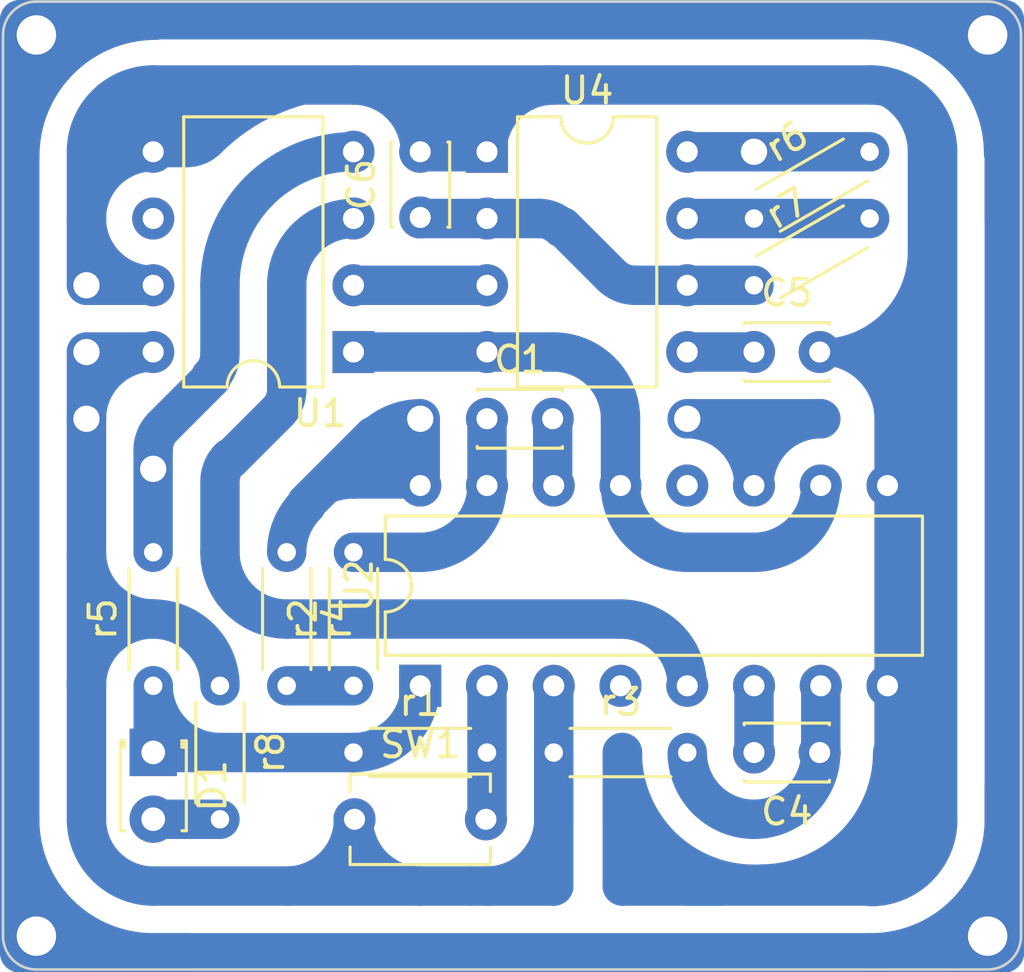
<source format=kicad_pcb>
(kicad_pcb (version 20221018) (generator pcbnew)
  (layers (0 "F.Cu" signal) (31 "B.Cu" signal) (34 "B.Paste" user) (35 "F.Paste" user) (36 "B.SilkS" user "B.Silkscreen") (37 "F.SilkS" user "F.Silkscreen") (38 "B.Mask" user) (39 "F.Mask" user) (44 "Edge.Cuts" user))
  (net 0 "")
  (net 1 "GND")
  (net 2 "VCC")
  (net 3 "Net-(U2A-RCext)")
  (net 4 "Net-(U2B-RCext)")
  (net 5 "Net-(U2A-Cext)")
  (net 6 "Net-(U2B-Cext)")
  (net 7 "/rom_cs")
  (net 8 "/rom_scl")
  (net 9 "/rom_sdi")
  (net 10 "/rom_sdo")
  (net 15 "Net-(U4-CV)")
  (net 16 "/initiate_read")
  (net 17 "Net-(U4-DIS)")
  (net 18 "Net-(U4-THR)")
  (net 19 "Net-(r2-Pad1)")
  (net 20 "Net-(D1-A)")
  (footprint "Capacitor_THT:C_Disc_D3.0mm_W2.0mm_P2.50mm" (layer "F.Cu") (at 32.0275 -9.942102 180)
    (fp_text reference "C4" (at 1.25 -2.25) (layer "F.SilkS"))
    (fp_text value "C")
    (fp_line (start -0.37 -1.12) (end -0.37 -1.055) (stroke (width 0.12)) (layer "F.SilkS"))
    (fp_line (start -0.37 -1.12) (end 2.87 -1.12) (stroke (width 0.12)) (layer "F.SilkS"))
    (fp_line (start -0.37 1.055) (end -0.37 1.12) (stroke (width 0.12)) (layer "F.SilkS"))
    (fp_line (start -0.37 1.12) (end 2.87 1.12) (stroke (width 0.12)) (layer "F.SilkS"))
    (fp_line (start 2.87 -1.12) (end 2.87 -1.055) (stroke (width 0.12)) (layer "F.SilkS"))
    (fp_line (start 2.87 1.055) (end 2.87 1.12) (stroke (width 0.12)) (layer "F.SilkS"))
    (pad "1" thru_hole circle (at 0 0 180) (size 1.6 1.6) (drill 0.8) (layers "*.Cu" "*.Mask") (net 4 "Net-(U2B-RCext)"))
    (pad "2" thru_hole circle (at 2.5 0 180) (size 1.6 1.6) (drill 0.8) (layers "*.Cu" "*.Mask") (net 6 "Net-(U2B-Cext)"))
  )
  (footprint "Package_DIP:DIP-16_W7.62mm" (layer "F.Cu") (at 16.8275 -12.482102 90)
    (fp_text reference "U2" (at 3.81 -2.33 90) (layer "F.SilkS"))
    (fp_text value "74LS123")
    (fp_line (start 1.16 -1.33) (end 1.16 19.11) (stroke (width 0.12)) (layer "F.SilkS"))
    (fp_line (start 1.16 19.11) (end 6.46 19.11) (stroke (width 0.12)) (layer "F.SilkS"))
    (fp_line (start 2.81 -1.33) (end 1.16 -1.33) (stroke (width 0.12)) (layer "F.SilkS"))
    (fp_line (start 6.46 -1.33) (end 4.81 -1.33) (stroke (width 0.12)) (layer "F.SilkS"))
    (fp_line (start 6.46 19.11) (end 6.46 -1.33) (stroke (width 0.12)) (layer "F.SilkS"))
    (fp_arc (start 4.81 -1.33) (mid 3.81 -0.33) (end 2.81 -1.33) (stroke (width 0.12)) (layer "F.SilkS"))
    (pad "1" thru_hole rect (at 0 0 90) (size 1.6 1.6) (drill 0.8) (layers "*.Cu" "*.Mask") (net 1 "GND"))
    (pad "2" thru_hole oval (at 0 2.54 90) (size 1.6 1.6) (drill 0.8) (layers "*.Cu" "*.Mask") (net 16 "/initiate_read"))
    (pad "3" thru_hole oval (at 0 5.08 90) (size 1.6 1.6) (drill 0.8) (layers "*.Cu" "*.Mask") (net 2 "VCC"))
    (pad "4" thru_hole oval (at 0 7.62 90) (size 1.6 1.6) (drill 0.8) (layers "*.Cu" "*.Mask"))
    (pad "5" thru_hole oval (at 0 10.16 90) (size 1.6 1.6) (drill 0.8) (layers "*.Cu" "*.Mask") (net 9 "/rom_sdi"))
    (pad "6" thru_hole oval (at 0 12.7 90) (size 1.6 1.6) (drill 0.8) (layers "*.Cu" "*.Mask") (net 6 "Net-(U2B-Cext)"))
    (pad "7" thru_hole oval (at 0 15.24 90) (size 1.6 1.6) (drill 0.8) (layers "*.Cu" "*.Mask") (net 4 "Net-(U2B-RCext)"))
    (pad "8" thru_hole oval (at 0 17.78 90) (size 1.6 1.6) (drill 0.8) (layers "*.Cu" "*.Mask") (net 1 "GND"))
    (pad "9" thru_hole oval (at 7.62 17.78 90) (size 1.6 1.6) (drill 0.8) (layers "*.Cu" "*.Mask") (net 1 "GND"))
    (pad "10" thru_hole oval (at 7.62 15.24 90) (size 1.6 1.6) (drill 0.8) (layers "*.Cu" "*.Mask") (net 7 "/rom_cs"))
    (pad "11" thru_hole oval (at 7.62 12.7 90) (size 1.6 1.6) (drill 0.8) (layers "*.Cu" "*.Mask") (net 2 "VCC"))
    (pad "12" thru_hole oval (at 7.62 10.16 90) (size 1.6 1.6) (drill 0.8) (layers "*.Cu" "*.Mask"))
    (pad "13" thru_hole oval (at 7.62 7.62 90) (size 1.6 1.6) (drill 0.8) (layers "*.Cu" "*.Mask") (net 7 "/rom_cs"))
    (pad "14" thru_hole oval (at 7.62 5.08 90) (size 1.6 1.6) (drill 0.8) (layers "*.Cu" "*.Mask") (net 5 "Net-(U2A-Cext)"))
    (pad "15" thru_hole oval (at 7.62 2.54 90) (size 1.6 1.6) (drill 0.8) (layers "*.Cu" "*.Mask") (net 3 "Net-(U2A-RCext)"))
    (pad "16" thru_hole oval (at 7.62 0 90) (size 1.6 1.6) (drill 0.8) (layers "*.Cu" "*.Mask") (net 2 "VCC"))
  )
  (footprint "Resistor_THT:R_Axial_DIN0204_L3.6mm_D1.6mm_P5.08mm_Horizontal" (layer "F.Cu") (at 21.9075 -9.942102)
    (fp_text reference "r3" (at 2.54 -1.92) (layer "F.SilkS"))
    (fp_text value "470")
    (fp_line (start 0.62 -0.92) (end 4.46 -0.92) (stroke (width 0.12)) (layer "F.SilkS"))
    (fp_line (start 0.62 0.92) (end 4.46 0.92) (stroke (width 0.12)) (layer "F.SilkS"))
    (pad "1" thru_hole circle (at 0 0) (size 1.4 1.4) (drill 0.7) (layers "*.Cu" "*.Mask") (net 2 "VCC"))
    (pad "2" thru_hole oval (at 5.08 0) (size 1.4 1.4) (drill 0.7) (layers "*.Cu" "*.Mask") (net 4 "Net-(U2B-RCext)"))
  )
  (footprint "Resistor_THT:R_Axial_DIN0204_L3.6mm_D1.6mm_P5.08mm_Horizontal" (layer "F.Cu") (at 14.2875 -9.942102)
    (fp_text reference "r1" (at 2.54 -1.92) (layer "F.SilkS"))
    (fp_text value "470")
    (fp_line (start 0.62 -0.92) (end 4.46 -0.92) (stroke (width 0.12)) (layer "F.SilkS"))
    (fp_line (start 0.62 0.92) (end 4.46 0.92) (stroke (width 0.12)) (layer "F.SilkS"))
    (pad "1" thru_hole circle (at 0 0) (size 1.4 1.4) (drill 0.7) (layers "*.Cu" "*.Mask") (net 1 "GND"))
    (pad "2" thru_hole oval (at 5.08 0) (size 1.4 1.4) (drill 0.7) (layers "*.Cu" "*.Mask") (net 16 "/initiate_read"))
  )
  (footprint "Resistor_THT:R_Axial_DIN0204_L3.6mm_D1.6mm_P5.08mm_Horizontal" (layer "F.Cu") (at 6.6675 -12.482102 90)
    (fp_text reference "r5" (at 2.54 -1.92 90) (layer "F.SilkS"))
    (fp_text value "470")
    (fp_line (start 0.62 -0.92) (end 4.46 -0.92) (stroke (width 0.12)) (layer "F.SilkS"))
    (fp_line (start 0.62 0.92) (end 4.46 0.92) (stroke (width 0.12)) (layer "F.SilkS"))
    (pad "1" thru_hole circle (at 0 0 90) (size 1.4 1.4) (drill 0.7) (layers "*.Cu" "*.Mask") (net 1 "GND"))
    (pad "2" thru_hole oval (at 5.08 0 90) (size 1.4 1.4) (drill 0.7) (layers "*.Cu" "*.Mask") (net 10 "/rom_sdo"))
  )
  (footprint "Capacitor_THT:C_Disc_D3.0mm_W2.0mm_P2.50mm" (layer "F.Cu") (at 16.8275 -30.302102 90)
    (fp_text reference "C6" (at 1.25 -2.25 90) (layer "F.SilkS"))
    (fp_text value "C")
    (fp_line (start -0.37 -1.12) (end -0.37 -1.055) (stroke (width 0.12)) (layer "F.SilkS"))
    (fp_line (start -0.37 -1.12) (end 2.87 -1.12) (stroke (width 0.12)) (layer "F.SilkS"))
    (fp_line (start -0.37 1.055) (end -0.37 1.12) (stroke (width 0.12)) (layer "F.SilkS"))
    (fp_line (start -0.37 1.12) (end 2.87 1.12) (stroke (width 0.12)) (layer "F.SilkS"))
    (fp_line (start 2.87 -1.12) (end 2.87 -1.055) (stroke (width 0.12)) (layer "F.SilkS"))
    (fp_line (start 2.87 1.055) (end 2.87 1.12) (stroke (width 0.12)) (layer "F.SilkS"))
    (pad "1" thru_hole circle (at 0 0 90) (size 1.6 1.6) (drill 0.8) (layers "*.Cu" "*.Mask") (net 18 "Net-(U4-THR)"))
    (pad "2" thru_hole circle (at 2.5 0 90) (size 1.6 1.6) (drill 0.8) (layers "*.Cu" "*.Mask") (net 1 "GND"))
  )
  (footprint "Resistor_THT:R_Axial_DIN0204_L3.6mm_D1.6mm_P5.08mm_Horizontal" (layer "F.Cu") (at 29.5275 -30.262102 30)
    (fp_text reference "r6" (at 2.54 -1.92 30) (layer "F.SilkS"))
    (fp_text value "470")
    (fp_line (start 0.62 -0.92) (end 4.46 -0.92) (stroke (width 0.12)) (layer "F.SilkS"))
    (fp_line (start 0.62 0.92) (end 4.46 0.92) (stroke (width 0.12)) (layer "F.SilkS"))
    (pad "1" thru_hole circle (at 0 0 30) (size 1.4 1.4) (drill 0.7) (layers "*.Cu" "*.Mask") (net 17 "Net-(U4-DIS)"))
    (pad "2" thru_hole oval (at 5.08 0 30) (size 1.4 1.4) (drill 0.7) (layers "*.Cu" "*.Mask") (net 2 "VCC"))
  )
  (footprint "Package_DIP:DIP-8_W7.62mm" (layer "F.Cu") (at 14.2875 -25.182102 180)
    (fp_text reference "U1" (at 1.27 -2.33) (layer "F.SilkS"))
    (fp_text value "93CxxA")
    (fp_line (start 1.16 -1.33) (end 1.16 8.95) (stroke (width 0.12)) (layer "F.SilkS"))
    (fp_line (start 1.16 8.95) (end 6.46 8.95) (stroke (width 0.12)) (layer "F.SilkS"))
    (fp_line (start 2.81 -1.33) (end 1.16 -1.33) (stroke (width 0.12)) (layer "F.SilkS"))
    (fp_line (start 6.46 -1.33) (end 4.81 -1.33) (stroke (width 0.12)) (layer "F.SilkS"))
    (fp_line (start 6.46 8.95) (end 6.46 -1.33) (stroke (width 0.12)) (layer "F.SilkS"))
    (fp_arc (start 4.81 -1.33) (mid 3.81 -0.33) (end 2.81 -1.33) (stroke (width 0.12)) (layer "F.SilkS"))
    (pad "1" thru_hole rect (at 0 0 180) (size 1.6 1.6) (drill 0.8) (layers "*.Cu" "*.Mask") (net 7 "/rom_cs"))
    (pad "2" thru_hole oval (at 0 2.54 180) (size 1.6 1.6) (drill 0.8) (layers "*.Cu" "*.Mask") (net 8 "/rom_scl"))
    (pad "3" thru_hole oval (at 0 5.08 180) (size 1.6 1.6) (drill 0.8) (layers "*.Cu" "*.Mask") (net 9 "/rom_sdi"))
    (pad "4" thru_hole oval (at 0 7.62 180) (size 1.6 1.6) (drill 0.8) (layers "*.Cu" "*.Mask") (net 10 "/rom_sdo"))
    (pad "5" thru_hole oval (at 7.62 7.62 180) (size 1.6 1.6) (drill 0.8) (layers "*.Cu" "*.Mask") (net 1 "GND"))
    (pad "6" thru_hole oval (at 7.62 5.08 180) (size 1.6 1.6) (drill 0.8) (layers "*.Cu" "*.Mask"))
    (pad "7" thru_hole oval (at 7.62 2.54 180) (size 1.6 1.6) (drill 0.8) (layers "*.Cu" "*.Mask"))
    (pad "8" thru_hole oval (at 7.62 0 180) (size 1.6 1.6) (drill 0.8) (layers "*.Cu" "*.Mask") (net 2 "VCC"))
  )
  (footprint "Package_DIP:DIP-8_W7.62mm" (layer "F.Cu") (at 19.3675 -32.802102)
    (fp_text reference "U4" (at 3.81 -2.33) (layer "F.SilkS"))
    (fp_text value "NE555D")
    (fp_line (start 1.16 -1.33) (end 1.16 8.95) (stroke (width 0.12)) (layer "F.SilkS"))
    (fp_line (start 1.16 8.95) (end 6.46 8.95) (stroke (width 0.12)) (layer "F.SilkS"))
    (fp_line (start 2.81 -1.33) (end 1.16 -1.33) (stroke (width 0.12)) (layer "F.SilkS"))
    (fp_line (start 6.46 -1.33) (end 4.81 -1.33) (stroke (width 0.12)) (layer "F.SilkS"))
    (fp_line (start 6.46 8.95) (end 6.46 -1.33) (stroke (width 0.12)) (layer "F.SilkS"))
    (fp_arc (start 4.81 -1.33) (mid 3.81 -0.33) (end 2.81 -1.33) (stroke (width 0.12)) (layer "F.SilkS"))
    (pad "1" thru_hole rect (at 0 0) (size 1.6 1.6) (drill 0.8) (layers "*.Cu" "*.Mask") (net 1 "GND"))
    (pad "2" thru_hole oval (at 0 2.54) (size 1.6 1.6) (drill 0.8) (layers "*.Cu" "*.Mask") (net 18 "Net-(U4-THR)"))
    (pad "3" thru_hole oval (at 0 5.08) (size 1.6 1.6) (drill 0.8) (layers "*.Cu" "*.Mask") (net 8 "/rom_scl"))
    (pad "4" thru_hole oval (at 0 7.62) (size 1.6 1.6) (drill 0.8) (layers "*.Cu" "*.Mask") (net 7 "/rom_cs"))
    (pad "5" thru_hole oval (at 7.62 7.62) (size 1.6 1.6) (drill 0.8) (layers "*.Cu" "*.Mask") (net 15 "Net-(U4-CV)"))
    (pad "6" thru_hole oval (at 7.62 5.08) (size 1.6 1.6) (drill 0.8) (layers "*.Cu" "*.Mask") (net 18 "Net-(U4-THR)"))
    (pad "7" thru_hole oval (at 7.62 2.54) (size 1.6 1.6) (drill 0.8) (layers "*.Cu" "*.Mask") (net 17 "Net-(U4-DIS)"))
    (pad "8" thru_hole oval (at 7.62 0) (size 1.6 1.6) (drill 0.8) (layers "*.Cu" "*.Mask") (net 2 "VCC"))
  )
  (footprint "Capacitor_THT:C_Disc_D3.0mm_W2.0mm_P2.50mm" (layer "F.Cu") (at 29.5275 -25.182102)
    (fp_text reference "C5" (at 1.25 -2.25) (layer "F.SilkS"))
    (fp_text value "C")
    (fp_line (start -0.37 -1.12) (end -0.37 -1.055) (stroke (width 0.12)) (layer "F.SilkS"))
    (fp_line (start -0.37 -1.12) (end 2.87 -1.12) (stroke (width 0.12)) (layer "F.SilkS"))
    (fp_line (start -0.37 1.055) (end -0.37 1.12) (stroke (width 0.12)) (layer "F.SilkS"))
    (fp_line (start -0.37 1.12) (end 2.87 1.12) (stroke (width 0.12)) (layer "F.SilkS"))
    (fp_line (start 2.87 -1.12) (end 2.87 -1.055) (stroke (width 0.12)) (layer "F.SilkS"))
    (fp_line (start 2.87 1.055) (end 2.87 1.12) (stroke (width 0.12)) (layer "F.SilkS"))
    (pad "1" thru_hole circle (at 0 0) (size 1.6 1.6) (drill 0.8) (layers "*.Cu" "*.Mask") (net 15 "Net-(U4-CV)"))
    (pad "2" thru_hole circle (at 2.5 0) (size 1.6 1.6) (drill 0.8) (layers "*.Cu" "*.Mask") (net 1 "GND"))
  )
  (footprint "Resistor_THT:R_Axial_DIN0204_L3.6mm_D1.6mm_P5.08mm_Horizontal" (layer "F.Cu") (at 9.2075 -12.482102 -90)
    (fp_text reference "r8" (at 2.54 -1.92 90) (layer "F.SilkS"))
    (fp_text value "470")
    (fp_line (start 0.62 -0.92) (end 4.46 -0.92) (stroke (width 0.12)) (layer "F.SilkS"))
    (fp_line (start 0.62 0.92) (end 4.46 0.92) (stroke (width 0.12)) (layer "F.SilkS"))
    (pad "1" thru_hole circle (at 0 0 270) (size 1.4 1.4) (drill 0.7) (layers "*.Cu" "*.Mask") (net 2 "VCC"))
    (pad "2" thru_hole oval (at 5.08 0 270) (size 1.4 1.4) (drill 0.7) (layers "*.Cu" "*.Mask") (net 20 "Net-(D1-A)"))
  )
  (footprint "Resistor_THT:R_Axial_DIN0204_L3.6mm_D1.6mm_P5.08mm_Horizontal" (layer "F.Cu") (at 14.2875 -12.482102 90)
    (fp_text reference "r2" (at 2.54 -1.92 90) (layer "F.SilkS"))
    (fp_text value "470")
    (fp_line (start 0.62 -0.92) (end 4.46 -0.92) (stroke (width 0.12)) (layer "F.SilkS"))
    (fp_line (start 0.62 0.92) (end 4.46 0.92) (stroke (width 0.12)) (layer "F.SilkS"))
    (pad "1" thru_hole circle (at 0 0 90) (size 1.4 1.4) (drill 0.7) (layers "*.Cu" "*.Mask") (net 19 "Net-(r2-Pad1)"))
    (pad "2" thru_hole oval (at 5.08 0 90) (size 1.4 1.4) (drill 0.7) (layers "*.Cu" "*.Mask") (net 3 "Net-(U2A-RCext)"))
  )
  (footprint "Resistor_THT:R_Axial_DIN0204_L3.6mm_D1.6mm_P5.08mm_Horizontal" (layer "F.Cu") (at 11.7475 -17.562102 -90)
    (fp_text reference "r4" (at 2.54 -1.92 90) (layer "F.SilkS"))
    (fp_text value "470")
    (fp_line (start 0.62 -0.92) (end 4.46 -0.92) (stroke (width 0.12)) (layer "F.SilkS"))
    (fp_line (start 0.62 0.92) (end 4.46 0.92) (stroke (width 0.12)) (layer "F.SilkS"))
    (pad "1" thru_hole circle (at 0 0 270) (size 1.4 1.4) (drill 0.7) (layers "*.Cu" "*.Mask") (net 2 "VCC"))
    (pad "2" thru_hole oval (at 5.08 0 270) (size 1.4 1.4) (drill 0.7) (layers "*.Cu" "*.Mask") (net 19 "Net-(r2-Pad1)"))
  )
  (footprint "Capacitor_THT:C_Disc_D3.0mm_W2.0mm_P2.50mm" (layer "F.Cu") (at 19.3675 -22.642102)
    (fp_text reference "C1" (at 1.25 -2.25) (layer "F.SilkS"))
    (fp_text value "C")
    (fp_line (start -0.37 -1.12) (end -0.37 -1.055) (stroke (width 0.12)) (layer "F.SilkS"))
    (fp_line (start -0.37 -1.12) (end 2.87 -1.12) (stroke (width 0.12)) (layer "F.SilkS"))
    (fp_line (start -0.37 1.055) (end -0.37 1.12) (stroke (width 0.12)) (layer "F.SilkS"))
    (fp_line (start -0.37 1.12) (end 2.87 1.12) (stroke (width 0.12)) (layer "F.SilkS"))
    (fp_line (start 2.87 -1.12) (end 2.87 -1.055) (stroke (width 0.12)) (layer "F.SilkS"))
    (fp_line (start 2.87 1.055) (end 2.87 1.12) (stroke (width 0.12)) (layer "F.SilkS"))
    (pad "1" thru_hole circle (at 0 0) (size 1.6 1.6) (drill 0.8) (layers "*.Cu" "*.Mask") (net 3 "Net-(U2A-RCext)"))
    (pad "2" thru_hole circle (at 2.5 0) (size 1.6 1.6) (drill 0.8) (layers "*.Cu" "*.Mask") (net 5 "Net-(U2A-Cext)"))
  )
  (footprint "Resistor_THT:R_Axial_DIN0204_L3.6mm_D1.6mm_P5.08mm_Horizontal" (layer "F.Cu") (at 29.5275 -27.722102 30)
    (fp_text reference "r7" (at 2.54 -1.92 30) (layer "F.SilkS"))
    (fp_text value "470")
    (fp_line (start 0.62 -0.92) (end 4.46 -0.92) (stroke (width 0.12)) (layer "F.SilkS"))
    (fp_line (start 0.62 0.92) (end 4.46 0.92) (stroke (width 0.12)) (layer "F.SilkS"))
    (pad "1" thru_hole circle (at 0 0 30) (size 1.4 1.4) (drill 0.7) (layers "*.Cu" "*.Mask") (net 18 "Net-(U4-THR)"))
    (pad "2" thru_hole oval (at 5.08 0 30) (size 1.4 1.4) (drill 0.7) (layers "*.Cu" "*.Mask") (net 17 "Net-(U4-DIS)"))
  )
  (footprint "LED_THT:LED_D1.8mm_W3.3mm_H2.4mm" (layer "F.Cu") (at 6.6675 -9.947102 -90)
    (fp_text reference "D1" (at 1.27 -2.26 90) (layer "F.SilkS"))
    (fp_text value "LED")
    (fp_line (start -0.44 -1.26) (end -0.44 -1.08) (stroke (width 0.12)) (layer "F.SilkS"))
    (fp_line (start -0.44 -1.26) (end 2.98 -1.26) (stroke (width 0.12)) (layer "F.SilkS"))
    (fp_line (start -0.44 1.08) (end -0.44 1.26) (stroke (width 0.12)) (layer "F.SilkS"))
    (fp_line (start -0.44 1.26) (end 2.98 1.26) (stroke (width 0.12)) (layer "F.SilkS"))
    (fp_line (start -0.32 -1.26) (end -0.32 -1.08) (stroke (width 0.12)) (layer "F.SilkS"))
    (fp_line (start -0.32 1.08) (end -0.32 1.26) (stroke (width 0.12)) (layer "F.SilkS"))
    (fp_line (start -0.2 -1.26) (end -0.2 -1.08) (stroke (width 0.12)) (layer "F.SilkS"))
    (fp_line (start -0.2 1.08) (end -0.2 1.26) (stroke (width 0.12)) (layer "F.SilkS"))
    (fp_line (start 2.98 -1.26) (end 2.98 -1.095) (stroke (width 0.12)) (layer "F.SilkS"))
    (fp_line (start 2.98 1.095) (end 2.98 1.26) (stroke (width 0.12)) (layer "F.SilkS"))
    (pad "1" thru_hole rect (at 0 0 270) (size 1.8 1.8) (drill 0.9) (layers "*.Cu" "*.Mask") (net 1 "GND"))
    (pad "2" thru_hole circle (at 2.54 0 270) (size 1.8 1.8) (drill 0.9) (layers "*.Cu" "*.Mask") (net 20 "Net-(D1-A)"))
  )
  (footprint "Capacitor_THT:C_Disc_D5.1mm_W3.2mm_P5.00mm" (layer "F.Cu") (at 14.3275 -7.402102)
    (fp_text reference "SW1" (at 2.5 -2.85) (layer "F.SilkS"))
    (fp_text value "SW_SPST")
    (fp_line (start -0.17 -1.721) (end -0.17 -1.055) (stroke (width 0.12)) (layer "F.SilkS"))
    (fp_line (start -0.17 -1.721) (end 5.17 -1.721) (stroke (width 0.12)) (layer "F.SilkS"))
    (fp_line (start -0.17 1.055) (end -0.17 1.721) (stroke (width 0.12)) (layer "F.SilkS"))
    (fp_line (start -0.17 1.721) (end 5.17 1.721) (stroke (width 0.12)) (layer "F.SilkS"))
    (fp_line (start 5.17 -1.721) (end 5.17 -1.055) (stroke (width 0.12)) (layer "F.SilkS"))
    (fp_line (start 5.17 1.055) (end 5.17 1.721) (stroke (width 0.12)) (layer "F.SilkS"))
    (pad "1" thru_hole circle (at 0 0) (size 1.6 1.6) (drill 0.8) (layers "*.Cu" "*.Mask") (net 2 "VCC"))
    (pad "2" thru_hole circle (at 5 0) (size 1.6 1.6) (drill 0.8) (layers "*.Cu" "*.Mask") (net 16 "/initiate_read"))
  )
  (gr_arc (start 1.592282 -32.637388) (mid 3.106615 -36.29331) (end 6.762537 -37.807643) (stroke (width 1.5)) (layer "B.Cu"))
  (gr_arc (start 33.3375 -35.342102) (mid 35.133551 -34.598153) (end 35.8775 -32.802102) (stroke (width 1)) (layer "B.Cu"))
  (gr_line (start 6.6675 -4.862102) (end 16.8275 -4.862102) (stroke (width 1.5)) (layer "B.Cu"))
  (gr_line (start 16.8275 -22.642102) (end 14.2875 -20.102102) (stroke (width 1)) (layer "B.Cu"))
  (gr_line (start 6.6675 -32.802102) (end 5.615398 -33.854204) (stroke (width 1)) (layer "B.Cu"))
  (gr_line (start 21.9075 -7.402102) (end 21.9075 -9.942102) (stroke (width 1.5)) (layer "B.Cu"))
  (gr_line (start 39.0525 -32.802102) (end 39.0525 -7.402102) (stroke (width 1.5)) (layer "B.Cu"))
  (gr_arc (start 24.4475 -15.022102) (mid 26.243551 -14.278153) (end 26.9875 -12.482102) (stroke (width 1.5)) (layer "B.Cu"))
  (gr_arc (start 6.66375 -21.447421) (mid 6.760423 -21.933429) (end 7.035724 -22.345447) (stroke (width 1.5)) (layer "B.Cu"))
  (gr_arc (start 8.899346 -33.110256) (mid 11.371452 -34.762064) (end 14.2875 -35.342102) (stroke (width 1)) (layer "B.Cu"))
  (gr_line (start 19.3675 -35.342102) (end 33.3375 -35.342102) (stroke (width 1)) (layer "B.Cu"))
  (gr_line (start 1.5875 -7.402102) (end 1.5875 -32.711847) (stroke (width 1.5)) (layer "B.Cu"))
  (gr_line (start 6.81397 -37.826895) (end 1.5875 -37.826895) (stroke (width 1.5)) (layer "B.Cu"))
  (gr_line (start 39.0525 -4.227102) (end 37.1475 -2.322102) (stroke (width 1.5)) (layer "B.Cu"))
  (gr_arc (start 35.8775 -28.992102) (mid 34.761577 -26.298025) (end 32.0675 -25.182102) (stroke (width 1)) (layer "B.Cu"))
  (gr_line (start 6.6675 -27.722102) (end 4.1275 -27.722102) (stroke (width 1.5)) (layer "B.Cu"))
  (gr_arc (start 14.2875 -7.402102) (mid 13.543551 -5.606051) (end 11.7475 -4.862102) (stroke (width 1.5)) (layer "B.Cu"))
  (gr_line (start 24.524069 -7.402102) (end 24.524069 -9.942102) (stroke (width 1.5)) (layer "B.Cu"))
  (gr_arc (start 11.7475 -17.562102) (mid 12.491449 -19.358153) (end 14.2875 -20.102102) (stroke (width 1)) (layer "B.Cu"))
  (gr_line (start 6.6675 -25.182102) (end 4.1275 -25.182102) (stroke (width 1.5)) (layer "B.Cu"))
  (gr_line (start 1.5875 -7.402102) (end 1.5875 -2.322102) (stroke (width 1.5)) (layer "B.Cu"))
  (gr_arc (start 15.031449 -21.898153) (mid 15.855484 -22.448756) (end 16.8275 -22.642102) (stroke (width 1.5)) (layer "B.Cu"))
  (gr_arc (start 26.9875 -17.562102) (mid 25.191449 -18.306051) (end 24.4475 -20.102102) (stroke (width 1.5)) (layer "B.Cu"))
  (gr_line (start 37.1475 -37.247102) (end 39.0525 -35.342102) (stroke (width 1.5)) (layer "B.Cu"))
  (gr_arc (start 9.2075 -20.251094) (mid 9.304173 -20.737102) (end 9.579474 -21.14912) (stroke (width 1.5)) (layer "B.Cu"))
  (gr_arc (start 21.9075 -25.182102) (mid 23.703551 -24.438153) (end 24.4475 -22.642102) (stroke (width 1.5)) (layer "B.Cu"))
  (gr_arc (start 26.9875 -4.938671) (mid 25.245591 -5.660193) (end 24.524069 -7.402102) (stroke (width 1.5)) (layer "B.Cu"))
  (gr_line (start 16.8275 -4.862102) (end 18.7325 -4.862102) (stroke (width 1.5)) (layer "B.Cu"))
  (gr_arc (start 32.0675 -25.182102) (mid 33.863551 -24.438153) (end 34.6075 -22.642102) (stroke (width 1)) (layer "B.Cu"))
  (gr_arc (start 6.6675 -32.802102) (mid 7.411449 -34.598153) (end 9.2075 -35.342102) (stroke (width 1)) (layer "B.Cu"))
  (gr_line (start 16.8275 -20.102102) (end 16.8275 -22.642102) (stroke (width 1.5)) (layer "B.Cu"))
  (gr_line (start 6.6675 -12.482102) (end 6.6675 -9.942102) (stroke (width 1.5)) (layer "B.Cu"))
  (gr_arc (start 9.2075 -27.722102) (mid 10.695398 -31.314204) (end 14.2875 -32.802102) (stroke (width 1.5)) (layer "B.Cu"))
  (gr_line (start 7.035724 -22.345447) (end 8.885966 -24.195689) (stroke (width 1.5)) (layer "B.Cu"))
  (gr_arc (start 16.8275 -4.862102) (mid 15.031449 -5.606051) (end 14.2875 -7.402102) (stroke (width 1.5)) (layer "B.Cu"))
  (gr_line (start 16.8275 -32.802102) (end 19.3675 -35.342102) (stroke (width 1)) (layer "B.Cu"))
  (gr_arc (start 6.6675 -2.322102) (mid 3.075398 -3.81) (end 1.5875 -7.402102) (stroke (width 1.5)) (layer "B.Cu"))
  (gr_line (start 4.1275 -7.402102) (end 4.1275 -12.482102) (stroke (width 1.5)) (layer "B.Cu"))
  (gr_line (start 11.7475 -27.722102) (end 11.7475 -23.748396) (stroke (width 1.5)) (layer "B.Cu"))
  (gr_arc (start 4.1275 -30.262102) (mid 4.871449 -32.058153) (end 6.6675 -32.802102) (stroke (width 1.5)) (layer "B.Cu"))
  (gr_arc (start 6.6675 -15.022102) (mid 8.463551 -14.278153) (end 9.2075 -12.482102) (stroke (width 1.5)) (layer "B.Cu"))
  (gr_arc (start 19.3675 -32.802102) (mid 20.111449 -34.598153) (end 21.9075 -35.342102) (stroke (width 1.5)) (layer "B.Cu"))
  (gr_line (start 18.7325 -4.862102) (end 19.3675 -4.862102) (stroke (width 1.5)) (layer "B.Cu"))
  (gr_line (start 1.5875 -35.269371) (end 3.565231 -37.247102) (stroke (width 1.5)) (layer "B.Cu"))
  (gr_line (start 24.094748 -28.095609) (end 22.244506 -29.945851) (stroke (width 1.5)) (layer "B.Cu"))
  (gr_line (start 35.319538 -7.960064) (end 34.6075 -7.960064) (stroke (width 1)) (layer "B.Cu"))
  (gr_arc (start 6.66375 -15.025852) (mid 4.87035 -15.768702) (end 4.1275 -17.562102) (stroke (width 1.5)) (layer "B.Cu"))
  (gr_line (start 33.9725 -2.322102) (end 39.0525 -2.322102) (stroke (width 1.5)) (layer "B.Cu"))
  (gr_line (start 34.6075 -8.037102) (end 34.6075 -13.117102) (stroke (width 1)) (layer "B.Cu"))
  (gr_arc (start 26.9875 -22.642102) (mid 28.783551 -21.898153) (end 29.5275 -20.102102) (stroke (width 1.5)) (layer "B.Cu"))
  (gr_arc (start 21.9075 -7.402102) (mid 21.163551 -5.606051) (end 19.3675 -4.862102) (stroke (width 1.5)) (layer "B.Cu"))
  (gr_line (start 4.1275 -2.322102) (end 2.2225 -4.227102) (stroke (width 1.5)) (layer "B.Cu"))
  (gr_line (start 7.9375 -32.711847) (end 6.6675 -32.711847) (stroke (width 1)) (layer "B.Cu"))
  (gr_line (start 35.2425 -23.912102) (end 35.2425 -8.037102) (stroke (width 1)) (layer "B.Cu"))
  (gr_line (start 9.579474 -21.081981) (end 11.429716 -22.932223) (stroke (width 1.5)) (layer "B.Cu"))
  (gr_arc (start 35.8775 -9.307102) (mid 35.732491 -8.57809) (end 35.319538 -7.960064) (stroke (width 1)) (layer "B.Cu"))
  (gr_arc (start 39.0525 -7.402102) (mid 37.564602 -3.81) (end 33.9725 -2.322102) (stroke (width 1.5)) (layer "B.Cu"))
  (gr_arc (start 11.7475 -23.748396) (mid 11.654952 -23.283126) (end 11.391397 -22.888689) (stroke (width 1.5)) (layer "B.Cu"))
  (gr_arc (start 24.992774 -27.723635) (mid 24.506766 -27.820308) (end 24.094748 -28.095609) (stroke (width 1.5)) (layer "B.Cu"))
  (gr_line (start 18.0975 -32.802102) (end 16.8275 -34.072102) (stroke (width 1)) (layer "B.Cu"))
  (gr_arc (start 34.802971 -9.942102) (mid 33.3375 -6.404142) (end 29.79954 -4.938671) (stroke (width 1.5)) (layer "B.Cu"))
  (gr_line (start 39.0525 -8.672102) (end 39.0525 -4.227102) (stroke (width 1.5)) (layer "B.Cu"))
  (gr_line (start 36.514103 -32.802102) (end 36.514103 -7.402102) (stroke (width 1.5)) (layer "B.Cu"))
  (gr_line (start 9.2075 -35.342102) (end 19.3675 -35.342102) (stroke (width 1)) (layer "B.Cu"))
  (gr_line (start 15.050072 -21.986168) (end 12.510072 -19.446168) (stroke (width 1.5)) (layer "B.Cu"))
  (gr_arc (start 32.0675 -9.942102) (mid 31.323551 -8.146051) (end 29.5275 -7.402102) (stroke (width 1.5)) (layer "B.Cu"))
  (gr_line (start 6.81397 -37.826895) (end 33.9725 -37.826895) (stroke (width 1.5)) (layer "B.Cu"))
  (gr_arc (start 16.8275 -22.642102) (mid 16.083551 -20.846051) (end 14.2875 -20.102102) (stroke (width 1)) (layer "B.Cu"))
  (gr_line (start 19.3675 -30.262102) (end 21.354353 -30.262102) (stroke (width 1.5)) (layer "B.Cu"))
  (gr_line (start 7.9375 -32.802102) (end 10.4775 -35.342102) (stroke (width 1)) (layer "B.Cu"))
  (gr_line (start 33.9725 -4.862102) (end 26.9875 -4.862102) (stroke (width 1.5)) (layer "B.Cu"))
  (gr_line (start 6.6675 -32.802102) (end 9.2075 -35.342102) (stroke (width 1)) (layer "B.Cu"))
  (gr_line (start 6.6675 -35.343705) (end 33.9725 -35.343705) (stroke (width 1.5)) (layer "B.Cu"))
  (gr_arc (start 29.5275 -4.931281) (mid 25.984314 -6.398916) (end 24.516679 -9.942102) (stroke (width 1.5)) (layer "B.Cu"))
  (gr_line (start 32.0675 -25.182102) (end 34.761577 -25.182102) (stroke (width 1)) (layer "B.Cu"))
  (gr_line (start 35.8775 -19.467102) (end 35.8775 -9.307102) (stroke (width 1)) (layer "B.Cu"))
  (gr_arc (start 11.7475 -15.022102) (mid 9.951449 -15.766051) (end 9.2075 -17.562102) (stroke (width 1.5)) (layer "B.Cu"))
  (gr_line (start 34.6075 -20.102102) (end 34.6075 -22.642102) (stroke (width 1)) (layer "B.Cu"))
  (gr_line (start 16.8275 -34.072102) (end 19.3675 -34.072102) (stroke (width 1)) (layer "B.Cu"))
  (gr_line (start 4.1275 -25.182102) (end 4.1275 -22.642102) (stroke (width 1.5)) (layer "B.Cu"))
  (gr_line (start 39.0525 -37.826895) (end 39.0525 -30.262102) (stroke (width 1.5)) (layer "B.Cu"))
  (gr_arc (start 11.7475 -17.562102) (mid 11.940846 -18.534118) (end 12.491449 -19.358153) (stroke (width 1.5)) (layer "B.Cu"))
  (gr_arc (start 29.5275 -7.402102) (mid 27.731449 -8.146051) (end 26.9875 -9.942102) (stroke (width 1.5)) (layer "B.Cu"))
  (gr_arc (start 9.20375 -25.093715) (mid 9.111202 -24.628445) (end 8.847647 -24.234008) (stroke (width 1.5)) (layer "B.Cu"))
  (gr_line (start 35.8775 -7.402102) (end 33.9725 -5.497102) (stroke (width 1.5)) (layer "B.Cu"))
  (gr_line (start 4.1275 -22.642102) (end 4.1275 -12.482102) (stroke (width 1.5)) (layer "B.Cu"))
  (gr_line (start 26.9875 -27.722102) (end 25.000647 -27.722102) (stroke (width 1.5)) (layer "B.Cu"))
  (gr_line (start 16.8275 -32.802102) (end 16.8275 -35.342102) (stroke (width 1)) (layer "B.Cu"))
  (gr_line (start 6.6675 -9.942102) (end 14.2875 -9.942102) (stroke (width 1.5)) (layer "B.Cu"))
  (gr_line (start 21.9075 -9.942102) (end 21.9075 -4.862102) (stroke (width 1.5)) (layer "B.Cu"))
  (gr_arc (start 4.1275 -22.642102) (mid 4.871449 -24.438153) (end 6.6675 -25.182102) (stroke (width 1.5)) (layer "B.Cu"))
  (gr_line (start 39.0525 -2.322102) (end 39.0525 -8.672102) (stroke (width 1.5)) (layer "B.Cu"))
  (gr_arc (start 33.9725 -35.343705) (mid 35.769685 -34.599287) (end 36.514103 -32.802102) (stroke (width 1.5)) (layer "B.Cu"))
  (gr_line (start 33.9725 -37.826895) (end 39.0525 -37.826895) (stroke (width 1.5)) (layer "B.Cu"))
  (gr_line (start 21.9075 -4.862102) (end 19.3675 -4.862102) (stroke (width 1.5)) (layer "B.Cu"))
  (gr_line (start 4.1275 -27.722102) (end 4.1275 -32.711847) (stroke (width 1.5)) (layer "B.Cu"))
  (gr_line (start 24.4475 -15.022102) (end 11.7475 -15.022102) (stroke (width 1.5)) (layer "B.Cu"))
  (gr_arc (start 4.1275 -30.262102) (mid 5.615398 -33.854204) (end 9.2075 -35.342102) (stroke (width 1)) (layer "B.Cu"))
  (gr_line (start 9.2075 -27.722102) (end 9.2075 -25.182102) (stroke (width 1.5)) (layer "B.Cu"))
  (gr_arc (start 21.34648 -30.263635) (mid 21.81175 -30.171087) (end 22.206187 -29.907532) (stroke (width 1.5)) (layer "B.Cu"))
  (gr_line (start 6.66375 -21.447421) (end 6.66375 -17.562102) (stroke (width 1.5)) (layer "B.Cu"))
  (gr_line (start 19.3675 -32.802102) (end 16.8275 -35.342102) (stroke (width 1)) (layer "B.Cu"))
  (gr_line (start 1.5875 -2.322102) (end 7.9375 -2.322102) (stroke (width 1.5)) (layer "B.Cu"))
  (gr_arc (start 14.2875 -35.342102) (mid 16.083551 -34.598153) (end 16.8275 -32.802102) (stroke (width 1.5)) (layer "B.Cu"))
  (gr_line (start 34.6075 -20.102102) (end 34.6075 -12.482102) (stroke (width 1)) (layer "B.Cu"))
  (gr_arc (start 8.899346 -33.110256) (mid 8.458047 -32.81539) (end 7.9375 -32.711847) (stroke (width 1)) (layer "B.Cu"))
  (gr_line (start 19.3675 -32.802102) (end 19.3675 -35.342102) (stroke (width 1)) (layer "B.Cu"))
  (gr_line (start 29.5275 -22.642102) (end 29.5275 -20.102102) (stroke (width 1)) (layer "B.Cu"))
  (gr_arc (start 11.7475 -27.722102) (mid 12.491449 -29.518153) (end 14.2875 -30.262102) (stroke (width 1.5)) (layer "B.Cu"))
  (gr_line (start 16.8275 -20.102102) (end 14.2875 -20.102102) (stroke (width 1)) (layer "B.Cu"))
  (gr_line (start 1.5875 -37.826895) (end 1.5875 -32.711847) (stroke (width 1.5)) (layer "B.Cu"))
  (gr_line (start 19.3675 -25.182102) (end 21.9075 -25.182102) (stroke (width 1.5)) (layer "B.Cu"))
  (gr_line (start 34.6075 -20.102102) (end 35.8775 -20.102102) (stroke (width 1)) (layer "B.Cu"))
  (gr_arc (start 16.8275 -12.482102) (mid 16.083551 -10.686051) (end 14.2875 -9.942102) (stroke (width 1.5)) (layer "B.Cu"))
  (gr_line (start 29.5275 -17.562102) (end 26.9875 -17.562102) (stroke (width 1.5)) (layer "B.Cu"))
  (gr_line (start 4.1275 -30.262102) (end 4.1275 -27.722102) (stroke (width 1)) (layer "B.Cu"))
  (gr_line (start 35.8775 -32.802102) (end 35.8775 -20.102102) (stroke (width 1)) (layer "B.Cu"))
  (gr_arc (start 33.944282 -37.819547) (mid 37.536384 -36.331649) (end 39.024282 -32.739547) (stroke (width 1.5)) (layer "B.Cu"))
  (gr_arc (start 4.123748 -12.482102) (mid 4.868796 -14.280806) (end 6.6675 -15.025854) (stroke (width 1.5)) (layer "B.Cu"))
  (gr_line (start 35.2425 -8.037102) (end 35.2425 -5.497102) (stroke (width 1.5)) (layer "B.Cu"))
  (gr_arc (start 4.125897 -32.802102) (mid 4.870315 -34.599287) (end 6.6675 -35.343705) (stroke (width 1.5)) (layer "B.Cu"))
  (gr_line (start 24.4475 -22.642102) (end 24.4475 -20.102102) (stroke (width 1.5)) (layer "B.Cu"))
  (gr_line (start 26.9875 -22.642102) (end 32.0675 -22.642102) (stroke (width 1.5)) (layer "B.Cu"))
  (gr_line (start 24.516679 -4.862102) (end 28.2575 -4.862102) (stroke (width 1.5)) (layer "B.Cu"))
  (gr_arc (start 32.0675 -20.102102) (mid 31.323551 -18.306051) (end 29.5275 -17.562102) (stroke (width 1.5)) (layer "B.Cu"))
  (gr_line (start 19.3675 -35.342102) (end 18.0975 -35.342102) (stroke (width 1)) (layer "B.Cu"))
  (gr_line (start 34.761577 -26.298025) (end 34.761577 -23.912102) (stroke (width 1)) (layer "B.Cu"))
  (gr_line (start 6.6675 -2.322102) (end 33.9725 -2.322102) (stroke (width 1.5)) (layer "B.Cu"))
  (gr_line (start 9.2075 -20.102102) (end 9.2075 -17.562102) (stroke (width 1.5)) (layer "B.Cu"))
  (gr_arc (start 6.6675 -4.862102) (mid 4.871449 -5.606051) (end 4.1275 -7.402102) (stroke (width 1.5)) (layer "B.Cu"))
  (gr_arc (start 19.3675 -20.102102) (mid 18.623551 -18.306051) (end 16.8275 -17.562102) (stroke (width 1.5)) (layer "B.Cu"))
  (gr_arc (start 36.519518 -7.382082) (mid 35.775569 -5.586031) (end 33.979518 -4.842082) (stroke (width 1.5)) (layer "B.Cu"))
  (gr_arc (start 6.6675 -27.722102) (mid 4.871449 -28.466051) (end 4.1275 -30.262102) (stroke (width 1.5)) (layer "B.Cu"))
  (gr_line (start 7.9375 -2.322102) (end 4.1275 -2.322102) (stroke (width 1.5)) (layer "B.Cu"))
  (gr_arc (start 9.2075 -9.942102) (mid 7.411449 -10.686051) (end 6.6675 -12.482102) (stroke (width 1.5)) (layer "B.Cu"))
  (gr_line (start 18.0975 -35.342102) (end 18.0975 -32.802102) (stroke (width 1)) (layer "B.Cu"))
  (gr_line (start 35.2425 -20.102102) (end 35.2425 -26.452102) (stroke (width 1)) (layer "B.Cu"))
  (gr_line (start 24.516679 -9.942102) (end 24.516679 -4.862102) (stroke (width 1.5)) (layer "B.Cu"))
  (gr_arc (start 29.5275 -20.102102) (mid 30.271449 -21.898153) (end 32.0675 -22.642102) (stroke (width 1.5)) (layer "B.Cu"))
  (gr_arc (start 39.6875 -2.957102) (mid 39.315526 -2.059076) (end 38.4175 -1.687102) (stroke (width 0.1)) (layer "Edge.Cuts"))
  (gr_arc (start 2.2225 -1.687102) (mid 1.324474 -2.059076) (end 0.9525 -2.957102) (stroke (width 0.1)) (layer "Edge.Cuts"))
  (gr_line (start 2.2225 -38.517102) (end 38.4175 -38.517102) (stroke (width 0.1)) (layer "Edge.Cuts"))
  (gr_line (start 0.9525 -2.957102) (end 0.9525 -37.247102) (stroke (width 0.1)) (layer "Edge.Cuts"))
  (gr_line (start 39.6875 -37.247102) (end 39.6875 -2.957102) (stroke (width 0.1)) (layer "Edge.Cuts"))
  (gr_arc (start 0.9525 -37.247102) (mid 1.324474 -38.145128) (end 2.2225 -38.517102) (stroke (width 0.1)) (layer "Edge.Cuts"))
  (gr_line (start 38.4175 -1.687102) (end 2.2225 -1.687102) (stroke (width 0.1)) (layer "Edge.Cuts"))
  (gr_arc (start 38.4175 -38.517102) (mid 39.315526 -38.145128) (end 39.6875 -37.247102) (stroke (width 0.1)) (layer "Edge.Cuts"))
  (via (at 38.4175 -37.247102) (size 1.6) (drill 1.5) (layers "F.Cu" "B.Cu") (net 0))
  (via (at 38.4175 -2.957102) (size 1.6) (drill 1.5) (layers "F.Cu" "B.Cu") (net 0))
  (via (at 2.2225 -37.247102) (size 1.6) (drill 1.5) (layers "F.Cu" "B.Cu") (net 0))
  (via (at 2.2225 -2.957102) (size 1.6) (drill 1.5) (layers "F.Cu" "B.Cu") (net 0))
  (segment (start 19.3675 -32.802102) (end 16.8275 -32.802102) (width 1.5) (layer "B.Cu") (net 1))
  (via (at 4.1275 -22.642102) (size 1.25) (drill 1) (layers "F.Cu" "B.Cu") (net 2))
  (via (at 6.6675 -20.737102) (size 1.25) (drill 1) (layers "F.Cu" "B.Cu") (net 2))
  (via (at 4.1275 -27.722102) (size 1.25) (drill 1) (layers "F.Cu" "B.Cu") (net 2))
  (via (at 26.9875 -22.642102) (size 1.25) (drill 1) (layers "F.Cu" "B.Cu") (net 2))
  (via (at 16.8275 -22.642102) (size 1.25) (drill 1) (layers "F.Cu" "B.Cu") (net 2))
  (via (at 4.1275 -25.182102) (size 1.25) (drill 1) (layers "F.Cu" "B.Cu") (net 2))
  (via (at 29.5275 -32.802102) (size 1.25) (drill 1) (layers "F.Cu" "B.Cu") (net 2))
  (segment (start 21.9075 -12.482102) (end 21.9075 -9.942102) (width 1.5) (layer "B.Cu") (net 2))
  (segment (start 33.926909 -32.802102) (end 29.5275 -32.802102) (width 1.5) (layer "B.Cu") (net 2))
  (segment (start 29.5275 -32.802102) (end 26.9875 -32.802102) (width 1.5) (layer "B.Cu") (net 2))
  (segment (start 19.3675 -22.642102) (end 19.3675 -20.102102) (width 1.5) (layer "B.Cu") (net 3))
  (segment (start 16.8275 -17.562102) (end 14.2875 -17.562102) (width 1.5) (layer "B.Cu") (net 3))
  (segment (start 32.0675 -9.982102) (end 32.0275 -9.942102) (width 1) (layer "B.Cu") (net 4))
  (segment (start 32.0675 -12.482102) (end 32.0675 -9.982102) (width 1.5) (layer "B.Cu") (net 4))
  (segment (start 21.8675 -20.142102) (end 21.9075 -20.102102) (width 1) (layer "B.Cu") (net 5))
  (segment (start 21.8675 -22.642102) (end 21.8675 -20.142102) (width 1.5) (layer "B.Cu") (net 5))
  (segment (start 29.5275 -12.482102) (end 29.5275 -9.942102) (width 1.5) (layer "B.Cu") (net 6))
  (segment (start 14.2875 -25.182102) (end 19.3675 -25.182102) (width 1.5) (layer "B.Cu") (net 7))
  (segment (start 19.3675 -27.722102) (end 14.2875 -27.722102) (width 1.5) (layer "B.Cu") (net 8))
  (segment (start 26.9875 -25.182102) (end 29.5275 -25.182102) (width 1.5) (layer "B.Cu") (net 15))
  (segment (start 19.3675 -7.442102) (end 19.3275 -7.402102) (width 1.5) (layer "B.Cu") (net 16))
  (segment (start 19.3675 -12.482102) (end 19.3675 -7.442102) (width 1.5) (layer "B.Cu") (net 16))
  (segment (start 29.5275 -30.262102) (end 26.9875 -30.262102) (width 1.5) (layer "B.Cu") (net 17))
  (segment (start 29.5275 -30.262102) (end 33.926909 -30.262102) (width 1.5) (layer "B.Cu") (net 17))
  (segment (start 19.3675 -30.262102) (end 16.8675 -30.262102) (width 1.5) (layer "B.Cu") (net 18))
  (segment (start 26.9875 -27.722102) (end 29.5275 -27.722102) (width 1.5) (layer "B.Cu") (net 18))
  (segment (start 16.8675 -30.262102) (end 16.8275 -30.302102) (width 1) (layer "B.Cu") (net 18))
  (segment (start 11.7475 -12.482102) (end 14.2875 -12.482102) (width 1.5) (layer "B.Cu") (net 19))
  (segment (start 9.2075 -7.402102) (end 6.6725 -7.402102) (width 1.5) (layer "B.Cu") (net 20))
  (segment (start 6.6725 -7.402102) (end 6.6675 -7.407102) (width 1) (layer "B.Cu") (net 20))
)
</source>
